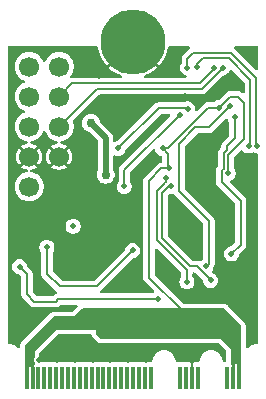
<source format=gbr>
%TF.GenerationSoftware,KiCad,Pcbnew,9.0.1*%
%TF.CreationDate,2025-04-18T20:02:12-04:00*%
%TF.ProjectId,M.2 to USB V1.0,4d2e3220-746f-4205-9553-422056312e30,rev?*%
%TF.SameCoordinates,Original*%
%TF.FileFunction,Copper,L2,Bot*%
%TF.FilePolarity,Positive*%
%FSLAX46Y46*%
G04 Gerber Fmt 4.6, Leading zero omitted, Abs format (unit mm)*
G04 Created by KiCad (PCBNEW 9.0.1) date 2025-04-18 20:02:12*
%MOMM*%
%LPD*%
G01*
G04 APERTURE LIST*
%TA.AperFunction,ComponentPad*%
%ADD10C,1.700000*%
%TD*%
%TA.AperFunction,SMDPad,CuDef*%
%ADD11R,0.350000X1.950000*%
%TD*%
%TA.AperFunction,CastellatedPad*%
%ADD12C,5.500000*%
%TD*%
%TA.AperFunction,ViaPad*%
%ADD13C,0.508000*%
%TD*%
%TA.AperFunction,ViaPad*%
%ADD14C,0.754000*%
%TD*%
%TA.AperFunction,Conductor*%
%ADD15C,0.200000*%
%TD*%
%TA.AperFunction,Conductor*%
%ADD16C,0.500000*%
%TD*%
G04 APERTURE END LIST*
D10*
%TO.P,J2,1,Pin_1*%
%TO.N,VBUS_OUT_1*%
X146080000Y-70545000D03*
%TO.P,J2,2,Pin_2*%
%TO.N,VBUS_OUT_2*%
X148620000Y-70545000D03*
%TO.P,J2,3,Pin_3*%
%TO.N,USB_D_DN1-*%
X146080000Y-73085000D03*
%TO.P,J2,4,Pin_4*%
%TO.N,USB_D_DN2+*%
X148620000Y-73085000D03*
%TO.P,J2,5,Pin_5*%
%TO.N,USB_D_DN1+*%
X146080000Y-75625000D03*
%TO.P,J2,6,Pin_6*%
%TO.N,USB_D_DN2-*%
X148620000Y-75625000D03*
%TO.P,J2,7,Pin_7*%
%TO.N,GND*%
X146080000Y-78165000D03*
%TO.P,J2,8,Pin_8*%
X148620000Y-78165000D03*
%TO.P,J2,9,Pin_9*%
%TO.N,unconnected-(J2-Pin_9-Pad9)*%
X146080000Y-80705000D03*
%TD*%
D11*
%TO.P,J1,2,2*%
%TO.N,+3.3V*%
X163875000Y-96910000D03*
%TO.P,J1,4,4*%
X163375000Y-96910000D03*
%TO.P,J1,6,6*%
%TO.N,unconnected-(J1-Pad6)*%
X162875000Y-96910000D03*
%TO.P,J1,16,16*%
%TO.N,unconnected-(J1-Pad16)*%
X160375000Y-96910000D03*
%TO.P,J1,18,18*%
%TO.N,GND*%
X159875000Y-96910000D03*
%TO.P,J1,20,20*%
%TO.N,unconnected-(J1-Pad20)*%
X159375000Y-96910000D03*
%TO.P,J1,22,22*%
%TO.N,unconnected-(J1-Pad22)*%
X158875000Y-96910000D03*
%TO.P,J1,32,32*%
%TO.N,unconnected-(J1-Pad32)*%
X156375000Y-96910000D03*
%TO.P,J1,34,34*%
%TO.N,unconnected-(J1-Pad34)*%
X155875000Y-96910000D03*
%TO.P,J1,36,36*%
%TO.N,unconnected-(J1-Pad36)*%
X155375000Y-96910000D03*
%TO.P,J1,38,38*%
%TO.N,unconnected-(J1-Pad38)*%
X154875000Y-96910000D03*
%TO.P,J1,40,40*%
%TO.N,unconnected-(J1-Pad40)*%
X154375000Y-96910000D03*
%TO.P,J1,42,42*%
%TO.N,unconnected-(J1-Pad42)*%
X153875000Y-96910000D03*
%TO.P,J1,44,44*%
%TO.N,unconnected-(J1-Pad44)*%
X153375000Y-96910000D03*
%TO.P,J1,46,46*%
%TO.N,unconnected-(J1-Pad46)*%
X152875000Y-96910000D03*
%TO.P,J1,48,48*%
%TO.N,unconnected-(J1-Pad48)*%
X152375000Y-96910000D03*
%TO.P,J1,50,50*%
%TO.N,unconnected-(J1-Pad50)*%
X151875000Y-96910000D03*
%TO.P,J1,52,52*%
%TO.N,unconnected-(J1-Pad52)*%
X151375000Y-96910000D03*
%TO.P,J1,54,54*%
%TO.N,unconnected-(J1-Pad54)*%
X150875000Y-96910000D03*
%TO.P,J1,56,56*%
%TO.N,unconnected-(J1-Pad56)*%
X150375000Y-96910000D03*
%TO.P,J1,58,58*%
%TO.N,unconnected-(J1-Pad58)*%
X149875000Y-96910000D03*
%TO.P,J1,60,60*%
%TO.N,unconnected-(J1-Pad60)*%
X149375000Y-96910000D03*
%TO.P,J1,62,62*%
%TO.N,unconnected-(J1-Pad62)*%
X148875000Y-96910000D03*
%TO.P,J1,64,64*%
%TO.N,unconnected-(J1-Pad64)*%
X148375000Y-96910000D03*
%TO.P,J1,66,66*%
%TO.N,unconnected-(J1-Pad66)*%
X147875000Y-96910000D03*
%TO.P,J1,68,68*%
%TO.N,unconnected-(J1-Pad68)*%
X147375000Y-96910000D03*
%TO.P,J1,70,70*%
%TO.N,unconnected-(J1-Pad70)*%
X146875000Y-96910000D03*
%TO.P,J1,72,72*%
%TO.N,+3.3V*%
X146375000Y-96910000D03*
%TO.P,J1,74,74*%
X145875000Y-96910000D03*
%TD*%
D12*
%TO.P,H1,1,1*%
%TO.N,GND*%
X154875000Y-68435000D03*
%TD*%
D13*
%TO.N,GND*%
X164725000Y-91605000D03*
X154460000Y-95360000D03*
X162305788Y-94599085D03*
X150970000Y-69440000D03*
X160190000Y-78212500D03*
X163090000Y-87870000D03*
X152460000Y-85800000D03*
X148060000Y-83245000D03*
X161580000Y-76892500D03*
X163062500Y-83627500D03*
X146490000Y-85760000D03*
X155025000Y-74705000D03*
X146960000Y-95360000D03*
X155460000Y-79885000D03*
X150025000Y-93575000D03*
X147800000Y-81085000D03*
X148495000Y-80140000D03*
X163125000Y-89565000D03*
X151460000Y-95360000D03*
X152000000Y-71385000D03*
X150675000Y-88020000D03*
X150995000Y-70700000D03*
X154905000Y-73465000D03*
X164700000Y-93610000D03*
X160925000Y-77542500D03*
X164790000Y-69540000D03*
X148460000Y-82030000D03*
X149455000Y-93575000D03*
X151515000Y-86410000D03*
X158755000Y-95345000D03*
X155195000Y-82330000D03*
X144945000Y-90840000D03*
X151285000Y-82430000D03*
X160195000Y-95335000D03*
X144920000Y-89700000D03*
X160210000Y-76907500D03*
X148460000Y-95360000D03*
X159620000Y-84850000D03*
X159365000Y-90205000D03*
X144925000Y-88510000D03*
X164810000Y-86380000D03*
X147575000Y-82405000D03*
X163062500Y-85142500D03*
X164865000Y-87895000D03*
X153755000Y-85495000D03*
X155960000Y-95360000D03*
X164842500Y-89622500D03*
X159270000Y-73060000D03*
X149110000Y-81105000D03*
X152960000Y-95360000D03*
X164797500Y-85120000D03*
X161590000Y-78227500D03*
X162037500Y-84390000D03*
X157905000Y-70870000D03*
X164875000Y-83627500D03*
X144940000Y-92450000D03*
X145185000Y-93820000D03*
X158755000Y-69410000D03*
X149960000Y-95360000D03*
%TO.N,+5V*%
X149810000Y-84065000D03*
D14*
%TO.N,VBUS_OUT_2*%
X152555000Y-79700000D03*
X151315000Y-75320000D03*
D13*
%TO.N,+3.3V*%
X157390000Y-77470000D03*
X159160000Y-93015000D03*
X152335000Y-91655000D03*
X151575000Y-91385000D03*
X162945000Y-79560000D03*
X159160000Y-91360000D03*
X152340000Y-92515000D03*
X152397729Y-93231701D03*
X151180000Y-91945000D03*
X159155000Y-92170000D03*
X162155000Y-74020000D03*
X157910000Y-79155000D03*
%TO.N,OC2*%
X154135000Y-80695000D03*
X158820000Y-74605000D03*
%TO.N,USB_D_UP+*%
X158081000Y-80674000D03*
X161444099Y-88640901D03*
%TO.N,USB_D_DN1+*%
X164685000Y-77265000D03*
X160270000Y-70610000D03*
%TO.N,USB_D_DN2+*%
X161710000Y-70625000D03*
%TO.N,USB_D_DN1-*%
X165393000Y-77255000D03*
X159490000Y-70630000D03*
%TO.N,USB_D_UP-*%
X157645000Y-80020000D03*
X159442188Y-88761287D03*
%TO.N,USB_D_DN2-*%
X162486156Y-70636156D03*
%TO.N,Port2_EN*%
X153625000Y-77480000D03*
X159500000Y-74125000D03*
%TO.N,OC1*%
X145270000Y-87480000D03*
X161058337Y-87471663D03*
X157017500Y-90225000D03*
X163075000Y-73915000D03*
%TO.N,Port1_EN*%
X154843750Y-86111250D03*
X163499000Y-74834064D03*
X147590000Y-85835000D03*
X163212500Y-86402500D03*
%TD*%
D15*
%TO.N,GND*%
X159875000Y-95655000D02*
X160195000Y-95335000D01*
X159875000Y-96910000D02*
X159875000Y-95655000D01*
D16*
%TO.N,VBUS_OUT_2*%
X152555000Y-79700000D02*
X152555000Y-76560000D01*
X152555000Y-76560000D02*
X151315000Y-75320000D01*
D15*
%TO.N,+3.3V*%
X157850000Y-79095000D02*
X157910000Y-79155000D01*
X164285000Y-73612500D02*
X164285000Y-76695000D01*
X157390000Y-77470000D02*
X157850000Y-77930000D01*
X161270000Y-74020000D02*
X162155000Y-74020000D01*
X156245000Y-80195000D02*
X157285000Y-79155000D01*
X162155000Y-74020000D02*
X163095000Y-73080000D01*
X157285000Y-79155000D02*
X157910000Y-79155000D01*
X163095000Y-73080000D02*
X163752500Y-73080000D01*
X159160000Y-91360000D02*
X156245000Y-88445000D01*
X157850000Y-77930000D02*
X157850000Y-79095000D01*
X163752500Y-73080000D02*
X164285000Y-73612500D01*
X162945000Y-78035000D02*
X162945000Y-79560000D01*
X157390000Y-77470000D02*
X157820000Y-77470000D01*
X164285000Y-76695000D02*
X162945000Y-78035000D01*
X157820000Y-77470000D02*
X161270000Y-74020000D01*
X156245000Y-88445000D02*
X156245000Y-80195000D01*
%TO.N,OC2*%
X158820000Y-74605000D02*
X154135000Y-79290000D01*
X154135000Y-79290000D02*
X154135000Y-80695000D01*
%TO.N,USB_D_UP+*%
X158081000Y-80674000D02*
X157963199Y-80674000D01*
X157360000Y-85081802D02*
X159744099Y-87465901D01*
X160269099Y-87465901D02*
X161444099Y-88640901D01*
X157963199Y-80674000D02*
X157360000Y-81277199D01*
X157360000Y-81277199D02*
X157360000Y-85081802D01*
X159744099Y-87465901D02*
X160269099Y-87465901D01*
%TO.N,USB_D_DN1+*%
X160270000Y-70350000D02*
X160270000Y-70610000D01*
X164685000Y-77265000D02*
X164818999Y-77131001D01*
X162987619Y-69855000D02*
X160765000Y-69855000D01*
X164818999Y-71686380D02*
X162987619Y-69855000D01*
X160765000Y-69855000D02*
X160270000Y-70350000D01*
X164818999Y-77131001D02*
X164818999Y-71686380D01*
%TO.N,USB_D_DN2+*%
X148620000Y-73085000D02*
X149730000Y-71975000D01*
X161710000Y-70625000D02*
X161710000Y-70775915D01*
X160510915Y-71975000D02*
X152276802Y-71975000D01*
X161710000Y-70775915D02*
X160510915Y-71975000D01*
X149730000Y-71975000D02*
X152276802Y-71975000D01*
%TO.N,USB_D_DN1-*%
X159490000Y-69875000D02*
X159490000Y-70630000D01*
X163174015Y-69405000D02*
X159965000Y-69405000D01*
X159965000Y-69405000D02*
X159740000Y-69630000D01*
X165269001Y-71499986D02*
X163174015Y-69405000D01*
X159740000Y-69630000D02*
X159735000Y-69630000D01*
X165393000Y-77255000D02*
X165269001Y-77131001D01*
X165269001Y-77131001D02*
X165269001Y-71499986D01*
X159735000Y-69630000D02*
X159490000Y-69875000D01*
%TO.N,USB_D_UP-*%
X157526000Y-80474801D02*
X157526000Y-80444111D01*
X157526000Y-80444111D02*
X157645000Y-80325111D01*
X156910000Y-81090801D02*
X157526000Y-80474801D01*
X159425901Y-87784099D02*
X156910000Y-85268198D01*
X159442188Y-88761287D02*
X159425901Y-88745000D01*
X157645000Y-80325111D02*
X157645000Y-80020000D01*
X156910000Y-85268198D02*
X156910000Y-81090801D01*
X159425901Y-88745000D02*
X159425901Y-87784099D01*
%TO.N,USB_D_DN2-*%
X160697312Y-72425000D02*
X152463198Y-72425000D01*
X148620000Y-75625000D02*
X151820000Y-72425000D01*
X151820000Y-72425000D02*
X152463198Y-72425000D01*
X162486156Y-70636156D02*
X160697312Y-72425000D01*
%TO.N,Port2_EN*%
X153625000Y-77480000D02*
X157055000Y-74050000D01*
X157055000Y-74050000D02*
X159425000Y-74050000D01*
X159425000Y-74050000D02*
X159500000Y-74125000D01*
%TO.N,OC1*%
X161058337Y-87471663D02*
X161305000Y-87225000D01*
X148540000Y-90225000D02*
X148320000Y-90445000D01*
X161290000Y-75700000D02*
X163075000Y-73915000D01*
X148320000Y-90445000D02*
X146535000Y-90445000D01*
X158765000Y-77092100D02*
X160157100Y-75700000D01*
X161305000Y-87225000D02*
X161305000Y-83597500D01*
X157017500Y-90225000D02*
X148540000Y-90225000D01*
X158765000Y-81057500D02*
X158765000Y-77092100D01*
X146535000Y-90445000D02*
X145915000Y-89825000D01*
X160157100Y-75700000D02*
X161290000Y-75700000D01*
X145915000Y-89825000D02*
X145915000Y-88125000D01*
X145915000Y-88125000D02*
X145270000Y-87480000D01*
X161305000Y-83597500D02*
X158765000Y-81057500D01*
%TO.N,Port1_EN*%
X162544000Y-79176111D02*
X162390000Y-79330111D01*
X151790000Y-89165000D02*
X148675000Y-89165000D01*
X154843750Y-86111250D02*
X151790000Y-89165000D01*
X162544000Y-77868900D02*
X162544000Y-79176111D01*
X163499000Y-74834064D02*
X163499000Y-76611000D01*
X162832500Y-77580400D02*
X162544000Y-77868900D01*
X163499000Y-76611000D02*
X162832500Y-77277500D01*
X162832500Y-77277500D02*
X162832500Y-77580400D01*
X147590000Y-88080000D02*
X147590000Y-85835000D01*
X162390000Y-79330111D02*
X162390000Y-80302500D01*
X148675000Y-89165000D02*
X147590000Y-88080000D01*
X164002500Y-81915000D02*
X164002500Y-85612500D01*
X162390000Y-80302500D02*
X164002500Y-81915000D01*
X164002500Y-85612500D02*
X163212500Y-86402500D01*
%TD*%
%TA.AperFunction,Conductor*%
%TO.N,GND*%
G36*
X151298824Y-93217234D02*
G01*
X151319162Y-93218084D01*
X151331666Y-93226878D01*
X151346333Y-93231185D01*
X151359661Y-93246567D01*
X151376313Y-93258278D01*
X151389843Y-93281398D01*
X151392088Y-93283989D01*
X151393694Y-93287979D01*
X151394139Y-93288739D01*
X151396257Y-93293942D01*
X151396342Y-93294564D01*
X151436332Y-93408684D01*
X151463541Y-93459192D01*
X151464403Y-93461309D01*
X151465350Y-93462551D01*
X151465350Y-93462552D01*
X151538649Y-93558728D01*
X151814335Y-93822070D01*
X151833671Y-93839338D01*
X151843863Y-93847843D01*
X151864318Y-93863779D01*
X151972062Y-93918677D01*
X151972068Y-93918679D01*
X151972066Y-93918679D01*
X152030245Y-93937582D01*
X152030248Y-93937582D01*
X152030253Y-93937584D01*
X152091783Y-93947329D01*
X152149681Y-93956500D01*
X152149686Y-93956500D01*
X162073544Y-93956500D01*
X162140583Y-93976185D01*
X162161225Y-93992819D01*
X162727181Y-94558775D01*
X162760666Y-94620098D01*
X162763500Y-94646456D01*
X162763500Y-95431730D01*
X162753731Y-95464997D01*
X162743942Y-95498572D01*
X162743849Y-95498652D01*
X162743815Y-95498769D01*
X162717805Y-95521306D01*
X162691225Y-95544427D01*
X162691070Y-95544472D01*
X162691011Y-95544524D01*
X162657379Y-95554434D01*
X162623229Y-95559410D01*
X162554052Y-95549598D01*
X162501162Y-95503943D01*
X162481878Y-95448140D01*
X162481500Y-95444057D01*
X162481500Y-95444051D01*
X162448076Y-95265249D01*
X162382367Y-95095633D01*
X162286610Y-94940980D01*
X162277405Y-94930883D01*
X162164067Y-94806556D01*
X162018909Y-94696938D01*
X162018901Y-94696933D01*
X161856079Y-94615857D01*
X161856080Y-94615857D01*
X161681120Y-94566078D01*
X161500000Y-94549295D01*
X161318879Y-94566078D01*
X161143919Y-94615857D01*
X160981098Y-94696933D01*
X160981090Y-94696938D01*
X160835932Y-94806556D01*
X160713390Y-94940979D01*
X160713388Y-94940981D01*
X160617636Y-95095627D01*
X160617632Y-95095634D01*
X160602531Y-95134615D01*
X160551924Y-95265249D01*
X160518948Y-95441654D01*
X160517447Y-95449686D01*
X160515464Y-95449315D01*
X160492997Y-95505885D01*
X160436194Y-95546569D01*
X160395317Y-95553500D01*
X160163794Y-95553500D01*
X160089639Y-95564304D01*
X160089637Y-95564304D01*
X160089635Y-95564305D01*
X159975256Y-95620221D01*
X159975253Y-95620223D01*
X159962681Y-95632796D01*
X159901358Y-95666281D01*
X159831666Y-95661297D01*
X159787319Y-95632796D01*
X159774746Y-95620223D01*
X159774743Y-95620221D01*
X159660364Y-95564305D01*
X159660362Y-95564304D01*
X159660361Y-95564304D01*
X159586206Y-95553500D01*
X159163794Y-95553500D01*
X159163791Y-95553500D01*
X159142871Y-95556547D01*
X159107129Y-95556547D01*
X159086208Y-95553500D01*
X159086206Y-95553500D01*
X158663794Y-95553500D01*
X158623224Y-95559410D01*
X158554050Y-95549597D01*
X158501160Y-95503941D01*
X158481878Y-95448140D01*
X158481500Y-95444057D01*
X158481500Y-95444051D01*
X158448076Y-95265249D01*
X158382367Y-95095633D01*
X158286610Y-94940980D01*
X158277405Y-94930883D01*
X158164067Y-94806556D01*
X158018909Y-94696938D01*
X158018901Y-94696933D01*
X157856079Y-94615857D01*
X157856080Y-94615857D01*
X157681120Y-94566078D01*
X157500000Y-94549295D01*
X157318879Y-94566078D01*
X157143919Y-94615857D01*
X156981098Y-94696933D01*
X156981090Y-94696938D01*
X156835932Y-94806556D01*
X156713390Y-94940979D01*
X156713388Y-94940981D01*
X156617636Y-95095627D01*
X156617632Y-95095634D01*
X156602531Y-95134615D01*
X156551924Y-95265249D01*
X156518948Y-95441654D01*
X156517447Y-95449686D01*
X156515464Y-95449315D01*
X156492997Y-95505885D01*
X156436194Y-95546569D01*
X156395317Y-95553500D01*
X156163791Y-95553500D01*
X156142871Y-95556547D01*
X156107129Y-95556547D01*
X156086208Y-95553500D01*
X156086206Y-95553500D01*
X155663794Y-95553500D01*
X155663791Y-95553500D01*
X155642871Y-95556547D01*
X155607129Y-95556547D01*
X155586208Y-95553500D01*
X155586206Y-95553500D01*
X155163794Y-95553500D01*
X155163791Y-95553500D01*
X155142871Y-95556547D01*
X155107129Y-95556547D01*
X155086208Y-95553500D01*
X155086206Y-95553500D01*
X154663794Y-95553500D01*
X154663791Y-95553500D01*
X154642871Y-95556547D01*
X154607129Y-95556547D01*
X154586208Y-95553500D01*
X154586206Y-95553500D01*
X154163794Y-95553500D01*
X154163791Y-95553500D01*
X154142871Y-95556547D01*
X154107129Y-95556547D01*
X154086208Y-95553500D01*
X154086206Y-95553500D01*
X153663794Y-95553500D01*
X153663791Y-95553500D01*
X153642871Y-95556547D01*
X153607129Y-95556547D01*
X153586208Y-95553500D01*
X153586206Y-95553500D01*
X153163794Y-95553500D01*
X153163791Y-95553500D01*
X153142871Y-95556547D01*
X153107129Y-95556547D01*
X153086208Y-95553500D01*
X153086206Y-95553500D01*
X152663794Y-95553500D01*
X152663791Y-95553500D01*
X152642871Y-95556547D01*
X152607129Y-95556547D01*
X152586208Y-95553500D01*
X152586206Y-95553500D01*
X152163794Y-95553500D01*
X152163791Y-95553500D01*
X152142871Y-95556547D01*
X152107129Y-95556547D01*
X152086208Y-95553500D01*
X152086206Y-95553500D01*
X151663794Y-95553500D01*
X151663791Y-95553500D01*
X151642871Y-95556547D01*
X151607129Y-95556547D01*
X151586208Y-95553500D01*
X151586206Y-95553500D01*
X151163794Y-95553500D01*
X151163791Y-95553500D01*
X151142871Y-95556547D01*
X151107129Y-95556547D01*
X151086208Y-95553500D01*
X151086206Y-95553500D01*
X150663794Y-95553500D01*
X150663791Y-95553500D01*
X150642871Y-95556547D01*
X150607129Y-95556547D01*
X150586208Y-95553500D01*
X150586206Y-95553500D01*
X150163794Y-95553500D01*
X150163791Y-95553500D01*
X150142871Y-95556547D01*
X150107129Y-95556547D01*
X150086208Y-95553500D01*
X150086206Y-95553500D01*
X149663794Y-95553500D01*
X149663791Y-95553500D01*
X149642871Y-95556547D01*
X149607129Y-95556547D01*
X149586208Y-95553500D01*
X149586206Y-95553500D01*
X149163794Y-95553500D01*
X149163791Y-95553500D01*
X149142871Y-95556547D01*
X149107129Y-95556547D01*
X149086208Y-95553500D01*
X149086206Y-95553500D01*
X148663794Y-95553500D01*
X148663791Y-95553500D01*
X148642871Y-95556547D01*
X148607129Y-95556547D01*
X148586208Y-95553500D01*
X148586206Y-95553500D01*
X148163794Y-95553500D01*
X148163791Y-95553500D01*
X148142871Y-95556547D01*
X148107129Y-95556547D01*
X148086208Y-95553500D01*
X148086206Y-95553500D01*
X147663794Y-95553500D01*
X147663791Y-95553500D01*
X147642871Y-95556547D01*
X147607129Y-95556547D01*
X147586208Y-95553500D01*
X147586206Y-95553500D01*
X147163794Y-95553500D01*
X147163791Y-95553500D01*
X147142871Y-95556547D01*
X147118907Y-95557692D01*
X147112976Y-95557400D01*
X147086206Y-95553500D01*
X147033693Y-95553500D01*
X147030644Y-95553350D01*
X147000410Y-95542833D01*
X146969698Y-95533815D01*
X146967632Y-95531431D01*
X146964653Y-95530395D01*
X146944900Y-95505197D01*
X146923943Y-95481011D01*
X146922250Y-95476302D01*
X146921548Y-95475407D01*
X146921413Y-95473976D01*
X146916966Y-95461607D01*
X146911619Y-95441654D01*
X146911618Y-95441654D01*
X146910228Y-95436466D01*
X146910207Y-95436386D01*
X146909096Y-95432231D01*
X146909073Y-95432155D01*
X146898341Y-95392106D01*
X146898339Y-95327919D01*
X146909151Y-95287564D01*
X146909155Y-95287550D01*
X146910199Y-95283652D01*
X146910202Y-95283647D01*
X146910339Y-95283133D01*
X146910338Y-95283132D01*
X146911626Y-95278326D01*
X146911627Y-95278327D01*
X146923332Y-95234641D01*
X146936500Y-95134612D01*
X146936500Y-94841456D01*
X146956185Y-94774417D01*
X146972819Y-94753775D01*
X148478775Y-93247819D01*
X148540098Y-93214334D01*
X148566456Y-93211500D01*
X151279294Y-93211500D01*
X151298824Y-93217234D01*
G37*
%TD.AperFunction*%
%TA.AperFunction,Conductor*%
G36*
X151855228Y-68836185D02*
G01*
X151900983Y-68888989D01*
X151911409Y-68926617D01*
X151912724Y-68938296D01*
X151912727Y-68938313D01*
X151987705Y-69266814D01*
X151987709Y-69266826D01*
X152098995Y-69584862D01*
X152245191Y-69888440D01*
X152424461Y-70173747D01*
X152634548Y-70437189D01*
X152665291Y-70467932D01*
X153550133Y-69583090D01*
X153556457Y-69591331D01*
X153718669Y-69753543D01*
X153726909Y-69759866D01*
X152842067Y-70644708D01*
X152872810Y-70675451D01*
X153136252Y-70885538D01*
X153421559Y-71064808D01*
X153725137Y-71211004D01*
X153843607Y-71252459D01*
X153900383Y-71293180D01*
X153926130Y-71358133D01*
X153912674Y-71426695D01*
X153864286Y-71477097D01*
X153802652Y-71493500D01*
X149696456Y-71493500D01*
X149629417Y-71473815D01*
X149583662Y-71421011D01*
X149573718Y-71351853D01*
X149596138Y-71296615D01*
X149624682Y-71257326D01*
X149673273Y-71190447D01*
X149761276Y-71017732D01*
X149821176Y-70833377D01*
X149851500Y-70641921D01*
X149851500Y-70448079D01*
X149821176Y-70256623D01*
X149780424Y-70131199D01*
X149761277Y-70072270D01*
X149761276Y-70072267D01*
X149673272Y-69899552D01*
X149665199Y-69888440D01*
X149559336Y-69742732D01*
X149422268Y-69605664D01*
X149265447Y-69491727D01*
X149261477Y-69489704D01*
X149092732Y-69403723D01*
X149092729Y-69403722D01*
X148908378Y-69343824D01*
X148812649Y-69328662D01*
X148716921Y-69313500D01*
X148523079Y-69313500D01*
X148459260Y-69323608D01*
X148331621Y-69343824D01*
X148147270Y-69403722D01*
X148147267Y-69403723D01*
X147974552Y-69491727D01*
X147817729Y-69605666D01*
X147680666Y-69742729D01*
X147566727Y-69899552D01*
X147478723Y-70072267D01*
X147478722Y-70072270D01*
X147467931Y-70105484D01*
X147428493Y-70163160D01*
X147364135Y-70190358D01*
X147295288Y-70178443D01*
X147243813Y-70131199D01*
X147232069Y-70105484D01*
X147221277Y-70072270D01*
X147221276Y-70072267D01*
X147133272Y-69899552D01*
X147125199Y-69888440D01*
X147019336Y-69742732D01*
X146882268Y-69605664D01*
X146725447Y-69491727D01*
X146721477Y-69489704D01*
X146552732Y-69403723D01*
X146552729Y-69403722D01*
X146368378Y-69343824D01*
X146272649Y-69328662D01*
X146176921Y-69313500D01*
X145983079Y-69313500D01*
X145919260Y-69323608D01*
X145791621Y-69343824D01*
X145607270Y-69403722D01*
X145607267Y-69403723D01*
X145434552Y-69491727D01*
X145277729Y-69605666D01*
X145140666Y-69742729D01*
X145026727Y-69899552D01*
X144938723Y-70072267D01*
X144938722Y-70072270D01*
X144878824Y-70256621D01*
X144852748Y-70421261D01*
X144848500Y-70448079D01*
X144848500Y-70641921D01*
X144861398Y-70723356D01*
X144878824Y-70833378D01*
X144938722Y-71017729D01*
X144938723Y-71017732D01*
X145014961Y-71167355D01*
X145026727Y-71190447D01*
X145140664Y-71347268D01*
X145277732Y-71484336D01*
X145434553Y-71598273D01*
X145519264Y-71641435D01*
X145607267Y-71686276D01*
X145607270Y-71686277D01*
X145640484Y-71697069D01*
X145698160Y-71736507D01*
X145725358Y-71800865D01*
X145713443Y-71869712D01*
X145666199Y-71921187D01*
X145640484Y-71932931D01*
X145607270Y-71943722D01*
X145607267Y-71943723D01*
X145434552Y-72031727D01*
X145277729Y-72145666D01*
X145140666Y-72282729D01*
X145026727Y-72439552D01*
X144938723Y-72612267D01*
X144938722Y-72612270D01*
X144878824Y-72796621D01*
X144848500Y-72988079D01*
X144848500Y-73181920D01*
X144878824Y-73373378D01*
X144938722Y-73557729D01*
X144938723Y-73557732D01*
X145021347Y-73719888D01*
X145026727Y-73730447D01*
X145140664Y-73887268D01*
X145277732Y-74024336D01*
X145434553Y-74138273D01*
X145505050Y-74174193D01*
X145607267Y-74226276D01*
X145607270Y-74226277D01*
X145640484Y-74237069D01*
X145698160Y-74276507D01*
X145725358Y-74340865D01*
X145713443Y-74409712D01*
X145666199Y-74461187D01*
X145640484Y-74472931D01*
X145607270Y-74483722D01*
X145607267Y-74483723D01*
X145434552Y-74571727D01*
X145277729Y-74685666D01*
X145140666Y-74822729D01*
X145026727Y-74979552D01*
X144938723Y-75152267D01*
X144938722Y-75152270D01*
X144878824Y-75336621D01*
X144848500Y-75528079D01*
X144848500Y-75721920D01*
X144878824Y-75913378D01*
X144938722Y-76097729D01*
X144938723Y-76097732D01*
X145021845Y-76260865D01*
X145026727Y-76270447D01*
X145140664Y-76427268D01*
X145277732Y-76564336D01*
X145434553Y-76678273D01*
X145508015Y-76715704D01*
X145607267Y-76766276D01*
X145607270Y-76766277D01*
X145791622Y-76826176D01*
X145816582Y-76830129D01*
X145873199Y-76839096D01*
X145936333Y-76869025D01*
X145973265Y-76928336D01*
X145972267Y-76998199D01*
X145933658Y-77056431D01*
X145873200Y-77084042D01*
X145822414Y-77092086D01*
X145657742Y-77145591D01*
X145503476Y-77224195D01*
X145503474Y-77224196D01*
X145394874Y-77303096D01*
X145394874Y-77303097D01*
X145826047Y-77734270D01*
X145772993Y-77764901D01*
X145679901Y-77857993D01*
X145649270Y-77911047D01*
X145218097Y-77479874D01*
X145218096Y-77479874D01*
X145139196Y-77588474D01*
X145139195Y-77588476D01*
X145060591Y-77742742D01*
X145007085Y-77907415D01*
X144980000Y-78078428D01*
X144980000Y-78251571D01*
X145007085Y-78422584D01*
X145060591Y-78587257D01*
X145139194Y-78741521D01*
X145218097Y-78850124D01*
X145649269Y-78418952D01*
X145679901Y-78472007D01*
X145772993Y-78565099D01*
X145826046Y-78595729D01*
X145394874Y-79026901D01*
X145503478Y-79105805D01*
X145657742Y-79184408D01*
X145822415Y-79237914D01*
X145873198Y-79245957D01*
X145936333Y-79275886D01*
X145973265Y-79335197D01*
X145972267Y-79405059D01*
X145933658Y-79463292D01*
X145873200Y-79490903D01*
X145791621Y-79503824D01*
X145607270Y-79563722D01*
X145607267Y-79563723D01*
X145434552Y-79651727D01*
X145277729Y-79765666D01*
X145140666Y-79902729D01*
X145026727Y-80059552D01*
X144938723Y-80232267D01*
X144938722Y-80232270D01*
X144878824Y-80416621D01*
X144848500Y-80608079D01*
X144848500Y-80801920D01*
X144878824Y-80993378D01*
X144938722Y-81177729D01*
X144938723Y-81177732D01*
X144995522Y-81289204D01*
X145026727Y-81350447D01*
X145140664Y-81507268D01*
X145277732Y-81644336D01*
X145434553Y-81758273D01*
X145519264Y-81801435D01*
X145607267Y-81846276D01*
X145607270Y-81846277D01*
X145699445Y-81876226D01*
X145791623Y-81906176D01*
X145983079Y-81936500D01*
X145983080Y-81936500D01*
X146176920Y-81936500D01*
X146176921Y-81936500D01*
X146368377Y-81906176D01*
X146552732Y-81846276D01*
X146725447Y-81758273D01*
X146882268Y-81644336D01*
X147019336Y-81507268D01*
X147133273Y-81350447D01*
X147221276Y-81177732D01*
X147281176Y-80993377D01*
X147311500Y-80801921D01*
X147311500Y-80608079D01*
X147281176Y-80416623D01*
X147239762Y-80289162D01*
X147221277Y-80232270D01*
X147221276Y-80232267D01*
X147157273Y-80106656D01*
X147133273Y-80059553D01*
X147019336Y-79902732D01*
X146882268Y-79765664D01*
X146725447Y-79651727D01*
X146673564Y-79625291D01*
X146552732Y-79563723D01*
X146552729Y-79563722D01*
X146368378Y-79503823D01*
X146286800Y-79490903D01*
X146223665Y-79460974D01*
X146186734Y-79401662D01*
X146187732Y-79331799D01*
X146226342Y-79273567D01*
X146286801Y-79245956D01*
X146337590Y-79237912D01*
X146502257Y-79184408D01*
X146656528Y-79105801D01*
X146765124Y-79026902D01*
X146765125Y-79026901D01*
X146333953Y-78595729D01*
X146387007Y-78565099D01*
X146480099Y-78472007D01*
X146510729Y-78418953D01*
X146941901Y-78850125D01*
X146941902Y-78850124D01*
X147020801Y-78741528D01*
X147099408Y-78587257D01*
X147152914Y-78422584D01*
X147180000Y-78251571D01*
X147180000Y-78078428D01*
X147152914Y-77907415D01*
X147099408Y-77742742D01*
X147020805Y-77588478D01*
X146941901Y-77479874D01*
X146510729Y-77911046D01*
X146480099Y-77857993D01*
X146387007Y-77764901D01*
X146333952Y-77734270D01*
X146765124Y-77303097D01*
X146656521Y-77224194D01*
X146502257Y-77145591D01*
X146337585Y-77092086D01*
X146286799Y-77084042D01*
X146223665Y-77054112D01*
X146186734Y-76994800D01*
X146187732Y-76924938D01*
X146226342Y-76866705D01*
X146286795Y-76839097D01*
X146368377Y-76826176D01*
X146552732Y-76766276D01*
X146725447Y-76678273D01*
X146882268Y-76564336D01*
X147019336Y-76427268D01*
X147133273Y-76270447D01*
X147221276Y-76097732D01*
X147223713Y-76090231D01*
X147232069Y-76064515D01*
X147271506Y-76006840D01*
X147335864Y-75979641D01*
X147404711Y-75991555D01*
X147456187Y-76038799D01*
X147467931Y-76064515D01*
X147478722Y-76097729D01*
X147478723Y-76097732D01*
X147561845Y-76260865D01*
X147566727Y-76270447D01*
X147680664Y-76427268D01*
X147817732Y-76564336D01*
X147974553Y-76678273D01*
X148048015Y-76715704D01*
X148147267Y-76766276D01*
X148147270Y-76766277D01*
X148331622Y-76826176D01*
X148356582Y-76830129D01*
X148413199Y-76839096D01*
X148476333Y-76869025D01*
X148513265Y-76928336D01*
X148512267Y-76998199D01*
X148473658Y-77056431D01*
X148413200Y-77084042D01*
X148362414Y-77092086D01*
X148197742Y-77145591D01*
X148043476Y-77224195D01*
X148043474Y-77224196D01*
X147934874Y-77303096D01*
X147934874Y-77303097D01*
X148366047Y-77734270D01*
X148312993Y-77764901D01*
X148219901Y-77857993D01*
X148189270Y-77911047D01*
X147758097Y-77479874D01*
X147758096Y-77479874D01*
X147679196Y-77588474D01*
X147679195Y-77588476D01*
X147600591Y-77742742D01*
X147547085Y-77907415D01*
X147520000Y-78078428D01*
X147520000Y-78251571D01*
X147547085Y-78422584D01*
X147600591Y-78587257D01*
X147679194Y-78741521D01*
X147758097Y-78850124D01*
X148189269Y-78418952D01*
X148219901Y-78472007D01*
X148312993Y-78565099D01*
X148366046Y-78595729D01*
X147934874Y-79026901D01*
X148043478Y-79105805D01*
X148197742Y-79184408D01*
X148362415Y-79237914D01*
X148533429Y-79265000D01*
X148706571Y-79265000D01*
X148877584Y-79237914D01*
X149042257Y-79184408D01*
X149196528Y-79105801D01*
X149305124Y-79026902D01*
X149305125Y-79026901D01*
X148873953Y-78595729D01*
X148927007Y-78565099D01*
X149020099Y-78472007D01*
X149050729Y-78418953D01*
X149481901Y-78850125D01*
X149481902Y-78850124D01*
X149560801Y-78741528D01*
X149639408Y-78587257D01*
X149692914Y-78422584D01*
X149720000Y-78251571D01*
X149720000Y-78078428D01*
X149692914Y-77907415D01*
X149639408Y-77742742D01*
X149560805Y-77588478D01*
X149481901Y-77479874D01*
X149050729Y-77911046D01*
X149020099Y-77857993D01*
X148927007Y-77764901D01*
X148873952Y-77734270D01*
X149305124Y-77303097D01*
X149196521Y-77224194D01*
X149042257Y-77145591D01*
X148877585Y-77092086D01*
X148826799Y-77084042D01*
X148763665Y-77054112D01*
X148726734Y-76994800D01*
X148727732Y-76924938D01*
X148766342Y-76866705D01*
X148826795Y-76839097D01*
X148908377Y-76826176D01*
X149092732Y-76766276D01*
X149265447Y-76678273D01*
X149422268Y-76564336D01*
X149559336Y-76427268D01*
X149673273Y-76270447D01*
X149761276Y-76097732D01*
X149821176Y-75913377D01*
X149851500Y-75721921D01*
X149851500Y-75528079D01*
X149821176Y-75336623D01*
X149787796Y-75233893D01*
X149785802Y-75164053D01*
X149818045Y-75107897D01*
X151983125Y-72942819D01*
X152044448Y-72909334D01*
X152070806Y-72906500D01*
X160760701Y-72906500D01*
X160760703Y-72906500D01*
X160883164Y-72873687D01*
X160992960Y-72810296D01*
X162500746Y-71302509D01*
X162562067Y-71269026D01*
X162564104Y-71268601D01*
X162671525Y-71247234D01*
X162787178Y-71199329D01*
X162891264Y-71129781D01*
X162979781Y-71041264D01*
X163049329Y-70937178D01*
X163077756Y-70868547D01*
X163121595Y-70814148D01*
X163187889Y-70792082D01*
X163255588Y-70809361D01*
X163279997Y-70828322D01*
X164301180Y-71849505D01*
X164334665Y-71910828D01*
X164337499Y-71937186D01*
X164337499Y-72684693D01*
X164317814Y-72751732D01*
X164265010Y-72797487D01*
X164195852Y-72807431D01*
X164132296Y-72778406D01*
X164125818Y-72772374D01*
X164048150Y-72694706D01*
X164048148Y-72694704D01*
X163962897Y-72645484D01*
X163938353Y-72631313D01*
X163867274Y-72612268D01*
X163815891Y-72598500D01*
X163158391Y-72598500D01*
X163031609Y-72598500D01*
X162909146Y-72631313D01*
X162799352Y-72694704D01*
X162799349Y-72694706D01*
X162140411Y-73353644D01*
X162079088Y-73387129D01*
X162076921Y-73387580D01*
X161969638Y-73408920D01*
X161969626Y-73408923D01*
X161853984Y-73456823D01*
X161853971Y-73456830D01*
X161763021Y-73517602D01*
X161696343Y-73538480D01*
X161694130Y-73538500D01*
X161206609Y-73538500D01*
X161084146Y-73571313D01*
X160974352Y-73634704D01*
X160974349Y-73634706D01*
X160347181Y-74261874D01*
X160285858Y-74295359D01*
X160216166Y-74290375D01*
X160160233Y-74248503D01*
X160135816Y-74183039D01*
X160135500Y-74174193D01*
X160135500Y-74062408D01*
X160135499Y-74062404D01*
X160127926Y-74024333D01*
X160111078Y-73939631D01*
X160111076Y-73939626D01*
X160063176Y-73823984D01*
X160063169Y-73823971D01*
X159993625Y-73719892D01*
X159993622Y-73719888D01*
X159905111Y-73631377D01*
X159905107Y-73631374D01*
X159801028Y-73561830D01*
X159801015Y-73561823D01*
X159685373Y-73513923D01*
X159685361Y-73513920D01*
X159562595Y-73489500D01*
X159562591Y-73489500D01*
X159437409Y-73489500D01*
X159437404Y-73489500D01*
X159314638Y-73513920D01*
X159314626Y-73513923D01*
X159205654Y-73559061D01*
X159158202Y-73568500D01*
X156991609Y-73568500D01*
X156869146Y-73601313D01*
X156759352Y-73664704D01*
X156759349Y-73664706D01*
X156669702Y-73754354D01*
X153610411Y-76813644D01*
X153597576Y-76821256D01*
X153589730Y-76830304D01*
X153566541Y-76839662D01*
X153557620Y-76844953D01*
X153552322Y-76846506D01*
X153439631Y-76868922D01*
X153351794Y-76905305D01*
X153345390Y-76907183D01*
X153316856Y-76907172D01*
X153288483Y-76910223D01*
X153282363Y-76907159D01*
X153275521Y-76907157D01*
X153251523Y-76891722D01*
X153226004Y-76878948D01*
X153222512Y-76873062D01*
X153216757Y-76869361D01*
X153204913Y-76843401D01*
X153190352Y-76818859D01*
X153189073Y-76808682D01*
X153187756Y-76805794D01*
X153188266Y-76802254D01*
X153186500Y-76788193D01*
X153186500Y-76497802D01*
X153186499Y-76497798D01*
X153172463Y-76427233D01*
X153162232Y-76375798D01*
X153114628Y-76260872D01*
X153114627Y-76260871D01*
X153114624Y-76260865D01*
X153045519Y-76157443D01*
X153036762Y-76148686D01*
X152957558Y-76069482D01*
X152085231Y-75197155D01*
X152051746Y-75135832D01*
X152051311Y-75133745D01*
X152044351Y-75098754D01*
X152007633Y-75010108D01*
X151987177Y-74960722D01*
X151987170Y-74960709D01*
X151904165Y-74836484D01*
X151904162Y-74836480D01*
X151798519Y-74730837D01*
X151798515Y-74730834D01*
X151674290Y-74647829D01*
X151674277Y-74647822D01*
X151536250Y-74590650D01*
X151536240Y-74590647D01*
X151389708Y-74561500D01*
X151389706Y-74561500D01*
X151240294Y-74561500D01*
X151240292Y-74561500D01*
X151093759Y-74590647D01*
X151093749Y-74590650D01*
X150955722Y-74647822D01*
X150955709Y-74647829D01*
X150831484Y-74730834D01*
X150831480Y-74730837D01*
X150725837Y-74836480D01*
X150725834Y-74836484D01*
X150642829Y-74960709D01*
X150642822Y-74960722D01*
X150585650Y-75098749D01*
X150585647Y-75098759D01*
X150556500Y-75245291D01*
X150556500Y-75245294D01*
X150556500Y-75394706D01*
X150556500Y-75394708D01*
X150556499Y-75394708D01*
X150585647Y-75541240D01*
X150585650Y-75541250D01*
X150642822Y-75679277D01*
X150642829Y-75679290D01*
X150725834Y-75803515D01*
X150725837Y-75803519D01*
X150831480Y-75909162D01*
X150831484Y-75909165D01*
X150955709Y-75992170D01*
X150955722Y-75992177D01*
X151038538Y-76026480D01*
X151093754Y-76049351D01*
X151128666Y-76056295D01*
X151190575Y-76088679D01*
X151192155Y-76090231D01*
X151887181Y-76785257D01*
X151920666Y-76846580D01*
X151923500Y-76872938D01*
X151923500Y-79242227D01*
X151903815Y-79309266D01*
X151902603Y-79311116D01*
X151882831Y-79340707D01*
X151882824Y-79340719D01*
X151825649Y-79478753D01*
X151825647Y-79478759D01*
X151796500Y-79625291D01*
X151796500Y-79625294D01*
X151796500Y-79774706D01*
X151796500Y-79774708D01*
X151796499Y-79774708D01*
X151825647Y-79921240D01*
X151825650Y-79921250D01*
X151882822Y-80059277D01*
X151882829Y-80059290D01*
X151965834Y-80183515D01*
X151965837Y-80183519D01*
X152071480Y-80289162D01*
X152071484Y-80289165D01*
X152195709Y-80372170D01*
X152195722Y-80372177D01*
X152333749Y-80429349D01*
X152333754Y-80429351D01*
X152333758Y-80429351D01*
X152333759Y-80429352D01*
X152480291Y-80458500D01*
X152480294Y-80458500D01*
X152629708Y-80458500D01*
X152728292Y-80438889D01*
X152776246Y-80429351D01*
X152914284Y-80372174D01*
X153038516Y-80289165D01*
X153144165Y-80183516D01*
X153227174Y-80059284D01*
X153284351Y-79921246D01*
X153296329Y-79861028D01*
X153313500Y-79774708D01*
X153313500Y-79625291D01*
X153284352Y-79478759D01*
X153284351Y-79478758D01*
X153284351Y-79478754D01*
X153227174Y-79340716D01*
X153227168Y-79340707D01*
X153207397Y-79311116D01*
X153186520Y-79244438D01*
X153186500Y-79242227D01*
X153186500Y-78171806D01*
X153206185Y-78104767D01*
X153258989Y-78059012D01*
X153328147Y-78049068D01*
X153357946Y-78057243D01*
X153439631Y-78091078D01*
X153562404Y-78115499D01*
X153562408Y-78115500D01*
X153562409Y-78115500D01*
X153687592Y-78115500D01*
X153687593Y-78115499D01*
X153810369Y-78091078D01*
X153926022Y-78043173D01*
X154030108Y-77973625D01*
X154118625Y-77885108D01*
X154188173Y-77781022D01*
X154236078Y-77665369D01*
X154257420Y-77558076D01*
X154289804Y-77496165D01*
X154291298Y-77494644D01*
X157218124Y-74567819D01*
X157279447Y-74534334D01*
X157305805Y-74531500D01*
X157913194Y-74531500D01*
X157980233Y-74551185D01*
X158025988Y-74603989D01*
X158035932Y-74673147D01*
X158006907Y-74736703D01*
X158000875Y-74743180D01*
X155909555Y-76834500D01*
X153821911Y-78922144D01*
X153821910Y-78922144D01*
X153821911Y-78922145D01*
X153749704Y-78994352D01*
X153686313Y-79104146D01*
X153653500Y-79226609D01*
X153653500Y-80234130D01*
X153633815Y-80301169D01*
X153632602Y-80303021D01*
X153571830Y-80393971D01*
X153571823Y-80393984D01*
X153523923Y-80509626D01*
X153523920Y-80509638D01*
X153499500Y-80632404D01*
X153499500Y-80757595D01*
X153523920Y-80880361D01*
X153523923Y-80880373D01*
X153571823Y-80996015D01*
X153571830Y-80996028D01*
X153641374Y-81100107D01*
X153641377Y-81100111D01*
X153729888Y-81188622D01*
X153729892Y-81188625D01*
X153833971Y-81258169D01*
X153833984Y-81258176D01*
X153949626Y-81306076D01*
X153949631Y-81306078D01*
X154072404Y-81330499D01*
X154072408Y-81330500D01*
X154072409Y-81330500D01*
X154197592Y-81330500D01*
X154197593Y-81330499D01*
X154320369Y-81306078D01*
X154436022Y-81258173D01*
X154540108Y-81188625D01*
X154628625Y-81100108D01*
X154698173Y-80996022D01*
X154746078Y-80880369D01*
X154770500Y-80757591D01*
X154770500Y-80632409D01*
X154746078Y-80509631D01*
X154746076Y-80509626D01*
X154698176Y-80393984D01*
X154698169Y-80393971D01*
X154637398Y-80303021D01*
X154616520Y-80236343D01*
X154616500Y-80234130D01*
X154616500Y-79540805D01*
X154636185Y-79473766D01*
X154652819Y-79453124D01*
X155556443Y-78549500D01*
X156560407Y-77545535D01*
X156621728Y-77512052D01*
X156691420Y-77517036D01*
X156747353Y-77558908D01*
X156769703Y-77609026D01*
X156778920Y-77655363D01*
X156778923Y-77655373D01*
X156826823Y-77771015D01*
X156826830Y-77771028D01*
X156896374Y-77875107D01*
X156896377Y-77875111D01*
X156984888Y-77963622D01*
X156984892Y-77963625D01*
X157088971Y-78033169D01*
X157088984Y-78033176D01*
X157198233Y-78078428D01*
X157204631Y-78081078D01*
X157268693Y-78093820D01*
X157330601Y-78126204D01*
X157365176Y-78186919D01*
X157368500Y-78215437D01*
X157368500Y-78549500D01*
X157348815Y-78616539D01*
X157296011Y-78662294D01*
X157244500Y-78673500D01*
X157221609Y-78673500D01*
X157099146Y-78706313D01*
X156989352Y-78769704D01*
X156989349Y-78769706D01*
X155859706Y-79899349D01*
X155859704Y-79899352D01*
X155796313Y-80009146D01*
X155763500Y-80131609D01*
X155763500Y-88508390D01*
X155796313Y-88630853D01*
X155810537Y-88655489D01*
X155859704Y-88740648D01*
X155859706Y-88740650D01*
X156648245Y-89529189D01*
X156658334Y-89547665D01*
X156672408Y-89563326D01*
X156674743Y-89577717D01*
X156681730Y-89590512D01*
X156680228Y-89611511D01*
X156683601Y-89632294D01*
X156677785Y-89645662D01*
X156676746Y-89660204D01*
X156664129Y-89677057D01*
X156655731Y-89696364D01*
X156637228Y-89712991D01*
X156634874Y-89716137D01*
X156629480Y-89719955D01*
X156625546Y-89722585D01*
X156558873Y-89743480D01*
X156556630Y-89743500D01*
X152191806Y-89743500D01*
X152124767Y-89723815D01*
X152079012Y-89671011D01*
X152069068Y-89601853D01*
X152098093Y-89538297D01*
X152104125Y-89531819D01*
X152694028Y-88941916D01*
X154858338Y-86777604D01*
X154919659Y-86744121D01*
X154921826Y-86743670D01*
X154943547Y-86739349D01*
X155029119Y-86722328D01*
X155144772Y-86674423D01*
X155248858Y-86604875D01*
X155337375Y-86516358D01*
X155406923Y-86412272D01*
X155454828Y-86296619D01*
X155479250Y-86173841D01*
X155479250Y-86048659D01*
X155454828Y-85925881D01*
X155447784Y-85908875D01*
X155406926Y-85810234D01*
X155406919Y-85810221D01*
X155337375Y-85706142D01*
X155337372Y-85706138D01*
X155248861Y-85617627D01*
X155248857Y-85617624D01*
X155144778Y-85548080D01*
X155144765Y-85548073D01*
X155029123Y-85500173D01*
X155029111Y-85500170D01*
X154906345Y-85475750D01*
X154906341Y-85475750D01*
X154781159Y-85475750D01*
X154781154Y-85475750D01*
X154658388Y-85500170D01*
X154658376Y-85500173D01*
X154542734Y-85548073D01*
X154542721Y-85548080D01*
X154438642Y-85617624D01*
X154438638Y-85617627D01*
X154350127Y-85706138D01*
X154350124Y-85706142D01*
X154280580Y-85810221D01*
X154280573Y-85810234D01*
X154232673Y-85925876D01*
X154232670Y-85925888D01*
X154211330Y-86033171D01*
X154178945Y-86095082D01*
X154177394Y-86096661D01*
X151626875Y-88647181D01*
X151565552Y-88680666D01*
X151539194Y-88683500D01*
X148925806Y-88683500D01*
X148858767Y-88663815D01*
X148838125Y-88647181D01*
X148107819Y-87916875D01*
X148074334Y-87855552D01*
X148071500Y-87829194D01*
X148071500Y-86295869D01*
X148091185Y-86228830D01*
X148092398Y-86226978D01*
X148098973Y-86217138D01*
X148153173Y-86136022D01*
X148201078Y-86020369D01*
X148225500Y-85897591D01*
X148225500Y-85772409D01*
X148201078Y-85649631D01*
X148187820Y-85617624D01*
X148153176Y-85533984D01*
X148153169Y-85533971D01*
X148083625Y-85429892D01*
X148083622Y-85429888D01*
X147995111Y-85341377D01*
X147995107Y-85341374D01*
X147891028Y-85271830D01*
X147891015Y-85271823D01*
X147775373Y-85223923D01*
X147775361Y-85223920D01*
X147652595Y-85199500D01*
X147652591Y-85199500D01*
X147527409Y-85199500D01*
X147527404Y-85199500D01*
X147404638Y-85223920D01*
X147404626Y-85223923D01*
X147288984Y-85271823D01*
X147288971Y-85271830D01*
X147184892Y-85341374D01*
X147184888Y-85341377D01*
X147096377Y-85429888D01*
X147096374Y-85429892D01*
X147026830Y-85533971D01*
X147026823Y-85533984D01*
X146978923Y-85649626D01*
X146978920Y-85649638D01*
X146954500Y-85772404D01*
X146954500Y-85897595D01*
X146978920Y-86020361D01*
X146978923Y-86020373D01*
X147026823Y-86136015D01*
X147026830Y-86136027D01*
X147087602Y-86226978D01*
X147108480Y-86293655D01*
X147108500Y-86295869D01*
X147108500Y-88016609D01*
X147108500Y-88143391D01*
X147124906Y-88204621D01*
X147141313Y-88265853D01*
X147147859Y-88277190D01*
X147204704Y-88375648D01*
X148379352Y-89550296D01*
X148379484Y-89550372D01*
X148379571Y-89550463D01*
X148385801Y-89555244D01*
X148385055Y-89556215D01*
X148427701Y-89600935D01*
X148440927Y-89669542D01*
X148414962Y-89734408D01*
X148361386Y-89772563D01*
X148361652Y-89773205D01*
X148358862Y-89774360D01*
X148358050Y-89774939D01*
X148355795Y-89775630D01*
X148354148Y-89776312D01*
X148244352Y-89839704D01*
X148244349Y-89839706D01*
X148156875Y-89927181D01*
X148095552Y-89960666D01*
X148069194Y-89963500D01*
X146785806Y-89963500D01*
X146718767Y-89943815D01*
X146698125Y-89927181D01*
X146432819Y-89661875D01*
X146399334Y-89600552D01*
X146396500Y-89574194D01*
X146396500Y-88061611D01*
X146396500Y-88061609D01*
X146363687Y-87939148D01*
X146300296Y-87829352D01*
X146210648Y-87739704D01*
X145936355Y-87465411D01*
X145902870Y-87404088D01*
X145902440Y-87402030D01*
X145881078Y-87294631D01*
X145878493Y-87288390D01*
X145833176Y-87178984D01*
X145833169Y-87178971D01*
X145763625Y-87074892D01*
X145763622Y-87074888D01*
X145675111Y-86986377D01*
X145675107Y-86986374D01*
X145571028Y-86916830D01*
X145571015Y-86916823D01*
X145455373Y-86868923D01*
X145455361Y-86868920D01*
X145332595Y-86844500D01*
X145332591Y-86844500D01*
X145207409Y-86844500D01*
X145207404Y-86844500D01*
X145084638Y-86868920D01*
X145084626Y-86868923D01*
X144968984Y-86916823D01*
X144968971Y-86916830D01*
X144864892Y-86986374D01*
X144864888Y-86986377D01*
X144776377Y-87074888D01*
X144776374Y-87074892D01*
X144706830Y-87178971D01*
X144706823Y-87178984D01*
X144658923Y-87294626D01*
X144658920Y-87294638D01*
X144634500Y-87417404D01*
X144634500Y-87542595D01*
X144658920Y-87665361D01*
X144658923Y-87665373D01*
X144706823Y-87781015D01*
X144706830Y-87781028D01*
X144776374Y-87885107D01*
X144776377Y-87885111D01*
X144864888Y-87973622D01*
X144864892Y-87973625D01*
X144968971Y-88043169D01*
X144968984Y-88043176D01*
X145052401Y-88077728D01*
X145084631Y-88091078D01*
X145191923Y-88112419D01*
X145208679Y-88121184D01*
X145227157Y-88125204D01*
X145252191Y-88143944D01*
X145253832Y-88144803D01*
X145255411Y-88146355D01*
X145397181Y-88288125D01*
X145430666Y-88349448D01*
X145433500Y-88375806D01*
X145433500Y-89888390D01*
X145466313Y-90010853D01*
X145498008Y-90065750D01*
X145529704Y-90120648D01*
X146239352Y-90830296D01*
X146349147Y-90893687D01*
X146471609Y-90926500D01*
X146471611Y-90926500D01*
X148383389Y-90926500D01*
X148383391Y-90926500D01*
X148505852Y-90893687D01*
X148615648Y-90830296D01*
X148703125Y-90742819D01*
X148764448Y-90709334D01*
X148790806Y-90706500D01*
X150057544Y-90706500D01*
X150124583Y-90726185D01*
X150170338Y-90778989D01*
X150180282Y-90848147D01*
X150151257Y-90911703D01*
X150145225Y-90918181D01*
X149791225Y-91272181D01*
X149729902Y-91305666D01*
X149703544Y-91308500D01*
X148230998Y-91308500D01*
X148200696Y-91309690D01*
X148185195Y-91310910D01*
X148155061Y-91314477D01*
X148040063Y-91351841D01*
X148040058Y-91351842D01*
X147985964Y-91379404D01*
X147985558Y-91379608D01*
X147985530Y-91379625D01*
X147887712Y-91450693D01*
X147887708Y-91450697D01*
X145455703Y-93882701D01*
X145435104Y-93904986D01*
X145425004Y-93916813D01*
X145406218Y-93940642D01*
X145351322Y-94048384D01*
X145351320Y-94048388D01*
X145332417Y-94106567D01*
X145332416Y-94106574D01*
X145313500Y-94226002D01*
X145313500Y-94252508D01*
X145293815Y-94319547D01*
X145241011Y-94365302D01*
X145171853Y-94375246D01*
X145108297Y-94346221D01*
X145101819Y-94340189D01*
X145011926Y-94250296D01*
X145011922Y-94250293D01*
X144867553Y-94153828D01*
X144867540Y-94153821D01*
X144707128Y-94087377D01*
X144707118Y-94087374D01*
X144536822Y-94053500D01*
X144536820Y-94053500D01*
X144500225Y-94053500D01*
X144380500Y-94053500D01*
X144313461Y-94033815D01*
X144267706Y-93981011D01*
X144256500Y-93929500D01*
X144256500Y-84002404D01*
X149174500Y-84002404D01*
X149174500Y-84127595D01*
X149198920Y-84250361D01*
X149198923Y-84250373D01*
X149246823Y-84366015D01*
X149246830Y-84366028D01*
X149316374Y-84470107D01*
X149316377Y-84470111D01*
X149404888Y-84558622D01*
X149404892Y-84558625D01*
X149508971Y-84628169D01*
X149508984Y-84628176D01*
X149624626Y-84676076D01*
X149624631Y-84676078D01*
X149747404Y-84700499D01*
X149747408Y-84700500D01*
X149747409Y-84700500D01*
X149872592Y-84700500D01*
X149872593Y-84700499D01*
X149995369Y-84676078D01*
X150111022Y-84628173D01*
X150215108Y-84558625D01*
X150303625Y-84470108D01*
X150373173Y-84366022D01*
X150421078Y-84250369D01*
X150445500Y-84127591D01*
X150445500Y-84002409D01*
X150421078Y-83879631D01*
X150386828Y-83796944D01*
X150373176Y-83763984D01*
X150373169Y-83763971D01*
X150303625Y-83659892D01*
X150303622Y-83659888D01*
X150215111Y-83571377D01*
X150215107Y-83571374D01*
X150111028Y-83501830D01*
X150111015Y-83501823D01*
X149995373Y-83453923D01*
X149995361Y-83453920D01*
X149872595Y-83429500D01*
X149872591Y-83429500D01*
X149747409Y-83429500D01*
X149747404Y-83429500D01*
X149624638Y-83453920D01*
X149624626Y-83453923D01*
X149508984Y-83501823D01*
X149508971Y-83501830D01*
X149404892Y-83571374D01*
X149404888Y-83571377D01*
X149316377Y-83659888D01*
X149316374Y-83659892D01*
X149246830Y-83763971D01*
X149246823Y-83763984D01*
X149198923Y-83879626D01*
X149198920Y-83879638D01*
X149174500Y-84002404D01*
X144256500Y-84002404D01*
X144256500Y-68940500D01*
X144276185Y-68873461D01*
X144328989Y-68827706D01*
X144380500Y-68816500D01*
X151788189Y-68816500D01*
X151855228Y-68836185D01*
G37*
%TD.AperFunction*%
%TA.AperFunction,Conductor*%
G36*
X162818469Y-74954988D02*
G01*
X162874402Y-74996860D01*
X162889696Y-75023717D01*
X162935825Y-75135082D01*
X162935830Y-75135091D01*
X162947309Y-75152270D01*
X162991562Y-75218500D01*
X162996602Y-75226042D01*
X163017480Y-75292719D01*
X163017500Y-75294933D01*
X163017500Y-76360194D01*
X162997815Y-76427233D01*
X162981181Y-76447875D01*
X162447206Y-76981849D01*
X162447204Y-76981852D01*
X162383813Y-77091646D01*
X162351000Y-77214109D01*
X162351000Y-77329592D01*
X162342356Y-77359028D01*
X162335833Y-77389018D01*
X162332077Y-77394034D01*
X162331315Y-77396631D01*
X162314682Y-77417273D01*
X162284875Y-77447080D01*
X162248352Y-77483603D01*
X162230910Y-77501046D01*
X162158704Y-77573252D01*
X162095313Y-77683046D01*
X162062500Y-77805509D01*
X162062500Y-78925305D01*
X162042815Y-78992344D01*
X162026181Y-79012986D01*
X162004706Y-79034460D01*
X162004704Y-79034463D01*
X161941313Y-79144257D01*
X161916219Y-79237912D01*
X161908500Y-79266720D01*
X161908500Y-80239109D01*
X161908500Y-80365891D01*
X161924906Y-80427121D01*
X161941313Y-80488353D01*
X161973008Y-80543250D01*
X162004704Y-80598148D01*
X162004706Y-80598150D01*
X163484681Y-82078125D01*
X163518166Y-82139448D01*
X163521000Y-82165806D01*
X163521000Y-85361694D01*
X163501315Y-85428733D01*
X163484681Y-85449375D01*
X163197911Y-85736144D01*
X163136588Y-85769629D01*
X163134421Y-85770080D01*
X163027138Y-85791420D01*
X163027126Y-85791423D01*
X162911484Y-85839323D01*
X162911471Y-85839330D01*
X162807392Y-85908874D01*
X162807388Y-85908877D01*
X162718877Y-85997388D01*
X162718874Y-85997392D01*
X162649330Y-86101471D01*
X162649323Y-86101484D01*
X162601423Y-86217126D01*
X162601420Y-86217138D01*
X162577000Y-86339904D01*
X162577000Y-86465095D01*
X162601420Y-86587861D01*
X162601423Y-86587873D01*
X162649323Y-86703515D01*
X162649330Y-86703528D01*
X162718874Y-86807607D01*
X162718877Y-86807611D01*
X162807388Y-86896122D01*
X162807392Y-86896125D01*
X162911471Y-86965669D01*
X162911484Y-86965676D01*
X163027126Y-87013576D01*
X163027131Y-87013578D01*
X163143213Y-87036668D01*
X163149904Y-87037999D01*
X163149908Y-87038000D01*
X163149909Y-87038000D01*
X163275092Y-87038000D01*
X163275093Y-87037999D01*
X163397869Y-87013578D01*
X163513522Y-86965673D01*
X163617608Y-86896125D01*
X163706125Y-86807608D01*
X163775673Y-86703522D01*
X163823578Y-86587869D01*
X163844920Y-86480575D01*
X163877303Y-86418668D01*
X163878799Y-86417144D01*
X164387796Y-85908148D01*
X164451187Y-85798352D01*
X164484000Y-85675891D01*
X164484000Y-85549109D01*
X164484000Y-81851609D01*
X164451187Y-81729148D01*
X164451187Y-81729147D01*
X164387796Y-81619352D01*
X163126643Y-80358199D01*
X163093158Y-80296876D01*
X163098142Y-80227184D01*
X163140014Y-80171251D01*
X163166862Y-80155961D01*
X163246022Y-80123173D01*
X163350108Y-80053625D01*
X163438625Y-79965108D01*
X163508173Y-79861022D01*
X163556078Y-79745369D01*
X163580500Y-79622591D01*
X163580500Y-79497409D01*
X163556078Y-79374631D01*
X163539744Y-79335197D01*
X163508176Y-79258984D01*
X163508169Y-79258971D01*
X163447398Y-79168021D01*
X163426520Y-79101343D01*
X163426500Y-79099130D01*
X163426500Y-78285805D01*
X163446185Y-78218766D01*
X163462815Y-78198128D01*
X164004241Y-77656701D01*
X164065562Y-77623218D01*
X164135253Y-77628202D01*
X164187776Y-77665723D01*
X164191376Y-77670110D01*
X164279888Y-77758622D01*
X164279892Y-77758625D01*
X164383971Y-77828169D01*
X164383984Y-77828176D01*
X164475491Y-77866079D01*
X164499631Y-77876078D01*
X164622404Y-77900499D01*
X164622408Y-77900500D01*
X164622409Y-77900500D01*
X164747592Y-77900500D01*
X164747593Y-77900499D01*
X164870369Y-77876078D01*
X164986022Y-77828173D01*
X164986036Y-77828163D01*
X164991083Y-77825466D01*
X165059484Y-77811214D01*
X165097003Y-77820254D01*
X165207631Y-77866078D01*
X165303302Y-77885108D01*
X165330404Y-77890499D01*
X165330408Y-77890500D01*
X165369500Y-77890500D01*
X165436539Y-77910185D01*
X165482294Y-77962989D01*
X165493500Y-78014500D01*
X165493500Y-93929500D01*
X165473815Y-93996539D01*
X165421011Y-94042294D01*
X165369500Y-94053500D01*
X165213178Y-94053500D01*
X165042881Y-94087374D01*
X165042871Y-94087377D01*
X164882459Y-94153821D01*
X164882446Y-94153828D01*
X164738077Y-94250293D01*
X164738073Y-94250296D01*
X164648181Y-94340189D01*
X164586858Y-94373674D01*
X164517166Y-94368690D01*
X164461233Y-94326818D01*
X164436816Y-94261354D01*
X164436500Y-94252508D01*
X164436500Y-92500997D01*
X164435309Y-92470696D01*
X164434089Y-92455195D01*
X164434089Y-92455193D01*
X164430523Y-92425064D01*
X164393157Y-92310058D01*
X164365518Y-92255813D01*
X164365384Y-92255547D01*
X164365374Y-92255530D01*
X164294306Y-92157712D01*
X164294302Y-92157708D01*
X162912298Y-90775703D01*
X162890013Y-90755104D01*
X162890004Y-90755096D01*
X162878191Y-90745007D01*
X162863955Y-90733785D01*
X162854357Y-90726218D01*
X162746615Y-90671322D01*
X162746611Y-90671320D01*
X162688432Y-90652417D01*
X162688425Y-90652416D01*
X162568997Y-90633500D01*
X162568992Y-90633500D01*
X159165805Y-90633500D01*
X159098766Y-90613815D01*
X159078124Y-90597181D01*
X156762819Y-88281875D01*
X156729334Y-88220552D01*
X156726500Y-88194194D01*
X156726500Y-86065004D01*
X156746185Y-85997965D01*
X156798989Y-85952210D01*
X156868147Y-85942266D01*
X156931703Y-85971291D01*
X156938181Y-85977323D01*
X158908082Y-87947224D01*
X158941567Y-88008547D01*
X158944401Y-88034905D01*
X158944401Y-88324792D01*
X158924716Y-88391831D01*
X158923504Y-88393682D01*
X158879012Y-88460268D01*
X158831111Y-88575913D01*
X158831108Y-88575925D01*
X158806688Y-88698691D01*
X158806688Y-88823882D01*
X158831108Y-88946648D01*
X158831111Y-88946660D01*
X158879011Y-89062302D01*
X158879018Y-89062315D01*
X158948562Y-89166394D01*
X158948565Y-89166398D01*
X159037076Y-89254909D01*
X159037080Y-89254912D01*
X159141159Y-89324456D01*
X159141172Y-89324463D01*
X159256814Y-89372363D01*
X159256819Y-89372365D01*
X159379592Y-89396786D01*
X159379596Y-89396787D01*
X159379597Y-89396787D01*
X159504780Y-89396787D01*
X159504781Y-89396786D01*
X159627557Y-89372365D01*
X159743210Y-89324460D01*
X159847296Y-89254912D01*
X159935813Y-89166395D01*
X160005361Y-89062309D01*
X160053266Y-88946656D01*
X160077688Y-88823878D01*
X160077688Y-88698696D01*
X160053266Y-88575918D01*
X160053264Y-88575913D01*
X160005364Y-88460271D01*
X160005357Y-88460258D01*
X159935811Y-88356176D01*
X159935543Y-88355849D01*
X159935456Y-88355644D01*
X159932429Y-88351114D01*
X159933288Y-88350539D01*
X159925842Y-88333004D01*
X159912424Y-88312125D01*
X159910093Y-88295917D01*
X159908234Y-88291538D01*
X159907401Y-88277190D01*
X159907401Y-88084509D01*
X159927086Y-88017470D01*
X159979890Y-87971715D01*
X160049048Y-87961771D01*
X160112604Y-87990796D01*
X160119082Y-87996828D01*
X160777743Y-88655489D01*
X160811228Y-88716812D01*
X160811679Y-88718979D01*
X160833019Y-88826262D01*
X160833022Y-88826274D01*
X160880922Y-88941916D01*
X160880929Y-88941929D01*
X160950473Y-89046008D01*
X160950476Y-89046012D01*
X161038987Y-89134523D01*
X161038991Y-89134526D01*
X161143070Y-89204070D01*
X161143083Y-89204077D01*
X161258725Y-89251977D01*
X161258730Y-89251979D01*
X161381503Y-89276400D01*
X161381507Y-89276401D01*
X161381508Y-89276401D01*
X161506691Y-89276401D01*
X161506692Y-89276400D01*
X161629468Y-89251979D01*
X161745121Y-89204074D01*
X161849207Y-89134526D01*
X161937724Y-89046009D01*
X162007272Y-88941923D01*
X162055177Y-88826270D01*
X162079599Y-88703492D01*
X162079599Y-88578310D01*
X162055177Y-88455532D01*
X162029558Y-88393682D01*
X162007275Y-88339885D01*
X162007268Y-88339872D01*
X161937724Y-88235793D01*
X161937721Y-88235789D01*
X161849210Y-88147278D01*
X161849206Y-88147275D01*
X161745127Y-88077731D01*
X161745114Y-88077724D01*
X161628259Y-88029322D01*
X161573855Y-87985481D01*
X161551790Y-87919187D01*
X161569069Y-87851488D01*
X161572591Y-87845896D01*
X161621510Y-87772685D01*
X161669415Y-87657032D01*
X161693837Y-87534254D01*
X161695026Y-87528279D01*
X161696316Y-87528535D01*
X161709570Y-87487262D01*
X161753687Y-87410853D01*
X161786500Y-87288391D01*
X161786500Y-87161609D01*
X161786500Y-83534109D01*
X161765014Y-83453922D01*
X161753687Y-83411647D01*
X161690296Y-83301852D01*
X159282819Y-80894375D01*
X159249334Y-80833052D01*
X159246500Y-80806694D01*
X159246500Y-77342905D01*
X159266185Y-77275866D01*
X159282819Y-77255224D01*
X160320224Y-76217819D01*
X160381547Y-76184334D01*
X160407905Y-76181500D01*
X161353389Y-76181500D01*
X161353391Y-76181500D01*
X161475852Y-76148687D01*
X161585648Y-76085296D01*
X162687456Y-74983487D01*
X162748777Y-74950004D01*
X162818469Y-74954988D01*
G37*
%TD.AperFunction*%
%TA.AperFunction,Conductor*%
G36*
X158315218Y-81295431D02*
G01*
X158370395Y-81338294D01*
X158377202Y-81348815D01*
X158379701Y-81353144D01*
X158379706Y-81353150D01*
X160787181Y-83760625D01*
X160820666Y-83821948D01*
X160823500Y-83848306D01*
X160823500Y-86798790D01*
X160803815Y-86865829D01*
X160773368Y-86898387D01*
X160762821Y-86906209D01*
X160757315Y-86908490D01*
X160653229Y-86978038D01*
X160616635Y-87014631D01*
X160609284Y-87020084D01*
X160584733Y-87029116D01*
X160561772Y-87041654D01*
X160552466Y-87040988D01*
X160543712Y-87044209D01*
X160518175Y-87038534D01*
X160492081Y-87036668D01*
X160476292Y-87029228D01*
X160475506Y-87029054D01*
X160475142Y-87028686D01*
X160473417Y-87027874D01*
X160454958Y-87017216D01*
X160454953Y-87017215D01*
X160454952Y-87017214D01*
X160454951Y-87017214D01*
X160332490Y-86984401D01*
X160332489Y-86984401D01*
X159994905Y-86984401D01*
X159927866Y-86964716D01*
X159907224Y-86948082D01*
X157877819Y-84918677D01*
X157844334Y-84857354D01*
X157841500Y-84830996D01*
X157841500Y-81528005D01*
X157850144Y-81498564D01*
X157856668Y-81468578D01*
X157860422Y-81463562D01*
X157861185Y-81460966D01*
X157877819Y-81440324D01*
X157972324Y-81345819D01*
X158033647Y-81312334D01*
X158060005Y-81309500D01*
X158143592Y-81309500D01*
X158143592Y-81309499D01*
X158215337Y-81295228D01*
X158245627Y-81289204D01*
X158315218Y-81295431D01*
G37*
%TD.AperFunction*%
%TA.AperFunction,Conductor*%
G36*
X159640233Y-68836185D02*
G01*
X159685988Y-68888989D01*
X159695932Y-68958147D01*
X159666907Y-69021703D01*
X159660889Y-69028166D01*
X159478389Y-69210666D01*
X159462722Y-69226333D01*
X159445584Y-69239485D01*
X159445795Y-69239760D01*
X159439348Y-69244706D01*
X159194352Y-69489704D01*
X159104706Y-69579349D01*
X159104704Y-69579352D01*
X159041313Y-69689146D01*
X159008500Y-69811609D01*
X159008500Y-70169130D01*
X158988815Y-70236169D01*
X158987602Y-70238021D01*
X158926830Y-70328971D01*
X158926823Y-70328984D01*
X158878923Y-70444626D01*
X158878920Y-70444638D01*
X158854500Y-70567404D01*
X158854500Y-70692595D01*
X158878920Y-70815361D01*
X158878923Y-70815373D01*
X158926823Y-70931015D01*
X158926830Y-70931028D01*
X158996374Y-71035107D01*
X158996377Y-71035111D01*
X159084888Y-71123622D01*
X159084892Y-71123625D01*
X159188971Y-71193169D01*
X159188984Y-71193176D01*
X159304626Y-71241076D01*
X159304631Y-71241078D01*
X159321071Y-71244348D01*
X159338840Y-71247883D01*
X159400751Y-71280268D01*
X159435325Y-71340983D01*
X159431586Y-71410753D01*
X159390720Y-71467425D01*
X159325702Y-71493006D01*
X159314649Y-71493500D01*
X155947348Y-71493500D01*
X155880309Y-71473815D01*
X155834554Y-71421011D01*
X155824610Y-71351853D01*
X155853635Y-71288297D01*
X155906393Y-71252459D01*
X156024862Y-71211004D01*
X156328440Y-71064808D01*
X156613747Y-70885538D01*
X156877184Y-70675455D01*
X156907932Y-70644707D01*
X156023090Y-69759866D01*
X156031331Y-69753543D01*
X156193543Y-69591331D01*
X156199866Y-69583090D01*
X157084707Y-70467932D01*
X157115455Y-70437184D01*
X157325538Y-70173747D01*
X157504808Y-69888440D01*
X157651004Y-69584862D01*
X157762290Y-69266826D01*
X157762294Y-69266814D01*
X157837272Y-68938313D01*
X157837275Y-68938296D01*
X157838591Y-68926617D01*
X157865657Y-68862203D01*
X157923252Y-68822648D01*
X157961811Y-68816500D01*
X159573194Y-68816500D01*
X159640233Y-68836185D01*
G37*
%TD.AperFunction*%
%TA.AperFunction,Conductor*%
G36*
X165436539Y-68836185D02*
G01*
X165482294Y-68888989D01*
X165493500Y-68940500D01*
X165493500Y-70744179D01*
X165473815Y-70811218D01*
X165421011Y-70856973D01*
X165351853Y-70866917D01*
X165288297Y-70837892D01*
X165281819Y-70831860D01*
X163478140Y-69028181D01*
X163444655Y-68966858D01*
X163449639Y-68897166D01*
X163491511Y-68841233D01*
X163556975Y-68816816D01*
X163565821Y-68816500D01*
X165369500Y-68816500D01*
X165436539Y-68836185D01*
G37*
%TD.AperFunction*%
%TD*%
%TA.AperFunction,Conductor*%
%TO.N,+3.3V*%
G36*
X162627183Y-91038907D02*
G01*
X162638996Y-91048996D01*
X164021004Y-92431004D01*
X164048781Y-92485521D01*
X164050000Y-92501008D01*
X164050000Y-96030000D01*
X163700000Y-96030000D01*
X163700000Y-95685001D01*
X163699999Y-95685000D01*
X163675369Y-95685000D01*
X163644312Y-95691178D01*
X163605688Y-95691178D01*
X163574630Y-95685000D01*
X163550001Y-95685000D01*
X163550000Y-95685001D01*
X163550000Y-96030000D01*
X163250500Y-96030000D01*
X163250500Y-95915252D01*
X163238867Y-95856769D01*
X163230656Y-95844482D01*
X163216685Y-95823571D01*
X163203827Y-95795827D01*
X163153827Y-95621251D01*
X163154046Y-95615028D01*
X163151219Y-95609480D01*
X163150000Y-95593993D01*
X163150000Y-94435001D01*
X163150000Y-94435000D01*
X162285000Y-93570000D01*
X162284999Y-93570000D01*
X152149686Y-93570000D01*
X152091495Y-93551093D01*
X152081303Y-93542588D01*
X151805617Y-93279246D01*
X151776599Y-93225380D01*
X151775000Y-93207658D01*
X151775000Y-92825001D01*
X151775000Y-92825000D01*
X151774999Y-92825000D01*
X148355001Y-92825000D01*
X148355000Y-92825000D01*
X146550000Y-94630000D01*
X146550000Y-94630001D01*
X146550000Y-95134612D01*
X146538295Y-95178298D01*
X146538957Y-95178572D01*
X146536877Y-95183592D01*
X146536740Y-95184106D01*
X146536474Y-95184565D01*
X146536473Y-95184569D01*
X146505500Y-95300164D01*
X146505500Y-95419836D01*
X146513953Y-95451384D01*
X146536473Y-95535432D01*
X146536733Y-95535881D01*
X146536868Y-95536386D01*
X146538957Y-95541429D01*
X146538293Y-95541703D01*
X146550000Y-95585387D01*
X146550000Y-95768569D01*
X146533315Y-95823571D01*
X146511135Y-95856765D01*
X146511132Y-95856772D01*
X146499501Y-95915241D01*
X146499500Y-95915253D01*
X146499500Y-96000000D01*
X146200000Y-96000000D01*
X146200000Y-95685001D01*
X146199999Y-95685000D01*
X146175369Y-95685000D01*
X146144312Y-95691178D01*
X146105688Y-95691178D01*
X146074630Y-95685000D01*
X146050001Y-95685000D01*
X146050000Y-95685001D01*
X146050000Y-96000000D01*
X145700000Y-96000000D01*
X145700000Y-94226008D01*
X145718907Y-94167817D01*
X145728996Y-94156004D01*
X148161004Y-91723996D01*
X148215521Y-91696219D01*
X148231008Y-91695000D01*
X149914999Y-91695000D01*
X149915000Y-91695000D01*
X150561004Y-91048996D01*
X150615521Y-91021219D01*
X150631008Y-91020000D01*
X162568992Y-91020000D01*
X162627183Y-91038907D01*
G37*
%TD.AperFunction*%
%TD*%
M02*

</source>
